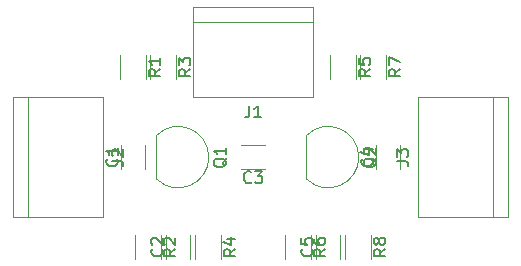
<source format=gbr>
G04 #@! TF.GenerationSoftware,KiCad,Pcbnew,(5.0.1)-4*
G04 #@! TF.CreationDate,2020-12-08T12:23:40+02:00*
G04 #@! TF.ProjectId,Single_transistor_AMP,53696E676C655F7472616E736973746F,1.0*
G04 #@! TF.SameCoordinates,Original*
G04 #@! TF.FileFunction,Legend,Top*
G04 #@! TF.FilePolarity,Positive*
%FSLAX46Y46*%
G04 Gerber Fmt 4.6, Leading zero omitted, Abs format (unit mm)*
G04 Created by KiCad (PCBNEW (5.0.1)-4) date 2020.12.08. 12:23:40*
%MOMM*%
%LPD*%
G01*
G04 APERTURE LIST*
%ADD10C,0.120000*%
%ADD11C,0.150000*%
G04 APERTURE END LIST*
D10*
G04 #@! TO.C,C1*
X100080000Y-63230000D02*
X100080000Y-61230000D01*
X98040000Y-61230000D02*
X98040000Y-63230000D01*
G04 #@! TO.C,C2*
X101850000Y-68850000D02*
X101850000Y-70850000D01*
X103890000Y-70850000D02*
X103890000Y-68850000D01*
G04 #@! TO.C,C3*
X110220000Y-61210000D02*
X108220000Y-61210000D01*
X108220000Y-63250000D02*
X110220000Y-63250000D01*
G04 #@! TO.C,C4*
X121670000Y-63230000D02*
X121670000Y-61230000D01*
X119630000Y-61230000D02*
X119630000Y-63230000D01*
G04 #@! TO.C,C5*
X114550000Y-68850000D02*
X114550000Y-70850000D01*
X116590000Y-70850000D02*
X116590000Y-68850000D01*
G04 #@! TO.C,J1*
X114300000Y-49530000D02*
X104140000Y-49530000D01*
X114300000Y-57150000D02*
X114300000Y-49530000D01*
X104140000Y-57150000D02*
X114300000Y-57150000D01*
X104140000Y-49530000D02*
X104140000Y-57150000D01*
X104140000Y-50800000D02*
X114300000Y-50800000D01*
G04 #@! TO.C,J2*
X88900000Y-57150000D02*
X88900000Y-67310000D01*
X96520000Y-57150000D02*
X88900000Y-57150000D01*
X96520000Y-67310000D02*
X96520000Y-57150000D01*
X88900000Y-67310000D02*
X96520000Y-67310000D01*
X90170000Y-67310000D02*
X90170000Y-57150000D01*
G04 #@! TO.C,J3*
X129540000Y-57150000D02*
X129540000Y-67310000D01*
X130810000Y-57150000D02*
X123190000Y-57150000D01*
X123190000Y-57150000D02*
X123190000Y-67310000D01*
X123190000Y-67310000D02*
X130810000Y-67310000D01*
X130810000Y-67310000D02*
X130810000Y-57150000D01*
G04 #@! TO.C,Q1*
X101031522Y-64068478D02*
G75*
G03X105470000Y-62230000I1838478J1838478D01*
G01*
X101031522Y-60391522D02*
G75*
G02X105470000Y-62230000I1838478J-1838478D01*
G01*
X101020000Y-60430000D02*
X101020000Y-64030000D01*
G04 #@! TO.C,Q2*
X113720000Y-60430000D02*
X113720000Y-64030000D01*
X113731522Y-60391522D02*
G75*
G02X118170000Y-62230000I1838478J-1838478D01*
G01*
X113731522Y-64068478D02*
G75*
G03X118170000Y-62230000I1838478J1838478D01*
G01*
G04 #@! TO.C,R1*
X97990000Y-55610000D02*
X97990000Y-53610000D01*
X100130000Y-53610000D02*
X100130000Y-55610000D01*
G04 #@! TO.C,R2*
X101400000Y-68850000D02*
X101400000Y-70850000D01*
X99260000Y-70850000D02*
X99260000Y-68850000D01*
G04 #@! TO.C,R3*
X102670000Y-53610000D02*
X102670000Y-55610000D01*
X100530000Y-55610000D02*
X100530000Y-53610000D01*
G04 #@! TO.C,R4*
X104340000Y-70850000D02*
X104340000Y-68850000D01*
X106480000Y-68850000D02*
X106480000Y-70850000D01*
G04 #@! TO.C,R5*
X115770000Y-55610000D02*
X115770000Y-53610000D01*
X117910000Y-53610000D02*
X117910000Y-55610000D01*
G04 #@! TO.C,R6*
X114100000Y-68850000D02*
X114100000Y-70850000D01*
X111960000Y-70850000D02*
X111960000Y-68850000D01*
G04 #@! TO.C,R7*
X120450000Y-53610000D02*
X120450000Y-55610000D01*
X118310000Y-55610000D02*
X118310000Y-53610000D01*
G04 #@! TO.C,R8*
X117040000Y-70850000D02*
X117040000Y-68850000D01*
X119180000Y-68850000D02*
X119180000Y-70850000D01*
G04 #@! TO.C,C1*
D11*
X97667142Y-62396666D02*
X97714761Y-62444285D01*
X97762380Y-62587142D01*
X97762380Y-62682380D01*
X97714761Y-62825238D01*
X97619523Y-62920476D01*
X97524285Y-62968095D01*
X97333809Y-63015714D01*
X97190952Y-63015714D01*
X97000476Y-62968095D01*
X96905238Y-62920476D01*
X96810000Y-62825238D01*
X96762380Y-62682380D01*
X96762380Y-62587142D01*
X96810000Y-62444285D01*
X96857619Y-62396666D01*
X97762380Y-61444285D02*
X97762380Y-62015714D01*
X97762380Y-61730000D02*
X96762380Y-61730000D01*
X96905238Y-61825238D01*
X97000476Y-61920476D01*
X97048095Y-62015714D01*
G04 #@! TO.C,C2*
X101477142Y-70016666D02*
X101524761Y-70064285D01*
X101572380Y-70207142D01*
X101572380Y-70302380D01*
X101524761Y-70445238D01*
X101429523Y-70540476D01*
X101334285Y-70588095D01*
X101143809Y-70635714D01*
X101000952Y-70635714D01*
X100810476Y-70588095D01*
X100715238Y-70540476D01*
X100620000Y-70445238D01*
X100572380Y-70302380D01*
X100572380Y-70207142D01*
X100620000Y-70064285D01*
X100667619Y-70016666D01*
X100667619Y-69635714D02*
X100620000Y-69588095D01*
X100572380Y-69492857D01*
X100572380Y-69254761D01*
X100620000Y-69159523D01*
X100667619Y-69111904D01*
X100762857Y-69064285D01*
X100858095Y-69064285D01*
X101000952Y-69111904D01*
X101572380Y-69683333D01*
X101572380Y-69064285D01*
G04 #@! TO.C,C3*
X109053333Y-64337142D02*
X109005714Y-64384761D01*
X108862857Y-64432380D01*
X108767619Y-64432380D01*
X108624761Y-64384761D01*
X108529523Y-64289523D01*
X108481904Y-64194285D01*
X108434285Y-64003809D01*
X108434285Y-63860952D01*
X108481904Y-63670476D01*
X108529523Y-63575238D01*
X108624761Y-63480000D01*
X108767619Y-63432380D01*
X108862857Y-63432380D01*
X109005714Y-63480000D01*
X109053333Y-63527619D01*
X109386666Y-63432380D02*
X110005714Y-63432380D01*
X109672380Y-63813333D01*
X109815238Y-63813333D01*
X109910476Y-63860952D01*
X109958095Y-63908571D01*
X110005714Y-64003809D01*
X110005714Y-64241904D01*
X109958095Y-64337142D01*
X109910476Y-64384761D01*
X109815238Y-64432380D01*
X109529523Y-64432380D01*
X109434285Y-64384761D01*
X109386666Y-64337142D01*
G04 #@! TO.C,C4*
X119257142Y-62396666D02*
X119304761Y-62444285D01*
X119352380Y-62587142D01*
X119352380Y-62682380D01*
X119304761Y-62825238D01*
X119209523Y-62920476D01*
X119114285Y-62968095D01*
X118923809Y-63015714D01*
X118780952Y-63015714D01*
X118590476Y-62968095D01*
X118495238Y-62920476D01*
X118400000Y-62825238D01*
X118352380Y-62682380D01*
X118352380Y-62587142D01*
X118400000Y-62444285D01*
X118447619Y-62396666D01*
X118685714Y-61539523D02*
X119352380Y-61539523D01*
X118304761Y-61777619D02*
X119019047Y-62015714D01*
X119019047Y-61396666D01*
G04 #@! TO.C,C5*
X114177142Y-70016666D02*
X114224761Y-70064285D01*
X114272380Y-70207142D01*
X114272380Y-70302380D01*
X114224761Y-70445238D01*
X114129523Y-70540476D01*
X114034285Y-70588095D01*
X113843809Y-70635714D01*
X113700952Y-70635714D01*
X113510476Y-70588095D01*
X113415238Y-70540476D01*
X113320000Y-70445238D01*
X113272380Y-70302380D01*
X113272380Y-70207142D01*
X113320000Y-70064285D01*
X113367619Y-70016666D01*
X113272380Y-69111904D02*
X113272380Y-69588095D01*
X113748571Y-69635714D01*
X113700952Y-69588095D01*
X113653333Y-69492857D01*
X113653333Y-69254761D01*
X113700952Y-69159523D01*
X113748571Y-69111904D01*
X113843809Y-69064285D01*
X114081904Y-69064285D01*
X114177142Y-69111904D01*
X114224761Y-69159523D01*
X114272380Y-69254761D01*
X114272380Y-69492857D01*
X114224761Y-69588095D01*
X114177142Y-69635714D01*
G04 #@! TO.C,J1*
X108886666Y-57872380D02*
X108886666Y-58586666D01*
X108839047Y-58729523D01*
X108743809Y-58824761D01*
X108600952Y-58872380D01*
X108505714Y-58872380D01*
X109886666Y-58872380D02*
X109315238Y-58872380D01*
X109600952Y-58872380D02*
X109600952Y-57872380D01*
X109505714Y-58015238D01*
X109410476Y-58110476D01*
X109315238Y-58158095D01*
G04 #@! TO.C,J2*
X97242380Y-62563333D02*
X97956666Y-62563333D01*
X98099523Y-62610952D01*
X98194761Y-62706190D01*
X98242380Y-62849047D01*
X98242380Y-62944285D01*
X97337619Y-62134761D02*
X97290000Y-62087142D01*
X97242380Y-61991904D01*
X97242380Y-61753809D01*
X97290000Y-61658571D01*
X97337619Y-61610952D01*
X97432857Y-61563333D01*
X97528095Y-61563333D01*
X97670952Y-61610952D01*
X98242380Y-62182380D01*
X98242380Y-61563333D01*
G04 #@! TO.C,J3*
X121372380Y-62563333D02*
X122086666Y-62563333D01*
X122229523Y-62610952D01*
X122324761Y-62706190D01*
X122372380Y-62849047D01*
X122372380Y-62944285D01*
X121372380Y-62182380D02*
X121372380Y-61563333D01*
X121753333Y-61896666D01*
X121753333Y-61753809D01*
X121800952Y-61658571D01*
X121848571Y-61610952D01*
X121943809Y-61563333D01*
X122181904Y-61563333D01*
X122277142Y-61610952D01*
X122324761Y-61658571D01*
X122372380Y-61753809D01*
X122372380Y-62039523D01*
X122324761Y-62134761D01*
X122277142Y-62182380D01*
G04 #@! TO.C,Q1*
X106977619Y-62325238D02*
X106930000Y-62420476D01*
X106834761Y-62515714D01*
X106691904Y-62658571D01*
X106644285Y-62753809D01*
X106644285Y-62849047D01*
X106882380Y-62801428D02*
X106834761Y-62896666D01*
X106739523Y-62991904D01*
X106549047Y-63039523D01*
X106215714Y-63039523D01*
X106025238Y-62991904D01*
X105930000Y-62896666D01*
X105882380Y-62801428D01*
X105882380Y-62610952D01*
X105930000Y-62515714D01*
X106025238Y-62420476D01*
X106215714Y-62372857D01*
X106549047Y-62372857D01*
X106739523Y-62420476D01*
X106834761Y-62515714D01*
X106882380Y-62610952D01*
X106882380Y-62801428D01*
X106882380Y-61420476D02*
X106882380Y-61991904D01*
X106882380Y-61706190D02*
X105882380Y-61706190D01*
X106025238Y-61801428D01*
X106120476Y-61896666D01*
X106168095Y-61991904D01*
G04 #@! TO.C,Q2*
X119677619Y-62325238D02*
X119630000Y-62420476D01*
X119534761Y-62515714D01*
X119391904Y-62658571D01*
X119344285Y-62753809D01*
X119344285Y-62849047D01*
X119582380Y-62801428D02*
X119534761Y-62896666D01*
X119439523Y-62991904D01*
X119249047Y-63039523D01*
X118915714Y-63039523D01*
X118725238Y-62991904D01*
X118630000Y-62896666D01*
X118582380Y-62801428D01*
X118582380Y-62610952D01*
X118630000Y-62515714D01*
X118725238Y-62420476D01*
X118915714Y-62372857D01*
X119249047Y-62372857D01*
X119439523Y-62420476D01*
X119534761Y-62515714D01*
X119582380Y-62610952D01*
X119582380Y-62801428D01*
X118677619Y-61991904D02*
X118630000Y-61944285D01*
X118582380Y-61849047D01*
X118582380Y-61610952D01*
X118630000Y-61515714D01*
X118677619Y-61468095D01*
X118772857Y-61420476D01*
X118868095Y-61420476D01*
X119010952Y-61468095D01*
X119582380Y-62039523D01*
X119582380Y-61420476D01*
G04 #@! TO.C,R1*
X101362380Y-54776666D02*
X100886190Y-55110000D01*
X101362380Y-55348095D02*
X100362380Y-55348095D01*
X100362380Y-54967142D01*
X100410000Y-54871904D01*
X100457619Y-54824285D01*
X100552857Y-54776666D01*
X100695714Y-54776666D01*
X100790952Y-54824285D01*
X100838571Y-54871904D01*
X100886190Y-54967142D01*
X100886190Y-55348095D01*
X101362380Y-53824285D02*
X101362380Y-54395714D01*
X101362380Y-54110000D02*
X100362380Y-54110000D01*
X100505238Y-54205238D01*
X100600476Y-54300476D01*
X100648095Y-54395714D01*
G04 #@! TO.C,R2*
X102632380Y-70016666D02*
X102156190Y-70350000D01*
X102632380Y-70588095D02*
X101632380Y-70588095D01*
X101632380Y-70207142D01*
X101680000Y-70111904D01*
X101727619Y-70064285D01*
X101822857Y-70016666D01*
X101965714Y-70016666D01*
X102060952Y-70064285D01*
X102108571Y-70111904D01*
X102156190Y-70207142D01*
X102156190Y-70588095D01*
X101727619Y-69635714D02*
X101680000Y-69588095D01*
X101632380Y-69492857D01*
X101632380Y-69254761D01*
X101680000Y-69159523D01*
X101727619Y-69111904D01*
X101822857Y-69064285D01*
X101918095Y-69064285D01*
X102060952Y-69111904D01*
X102632380Y-69683333D01*
X102632380Y-69064285D01*
G04 #@! TO.C,R3*
X103902380Y-54776666D02*
X103426190Y-55110000D01*
X103902380Y-55348095D02*
X102902380Y-55348095D01*
X102902380Y-54967142D01*
X102950000Y-54871904D01*
X102997619Y-54824285D01*
X103092857Y-54776666D01*
X103235714Y-54776666D01*
X103330952Y-54824285D01*
X103378571Y-54871904D01*
X103426190Y-54967142D01*
X103426190Y-55348095D01*
X102902380Y-54443333D02*
X102902380Y-53824285D01*
X103283333Y-54157619D01*
X103283333Y-54014761D01*
X103330952Y-53919523D01*
X103378571Y-53871904D01*
X103473809Y-53824285D01*
X103711904Y-53824285D01*
X103807142Y-53871904D01*
X103854761Y-53919523D01*
X103902380Y-54014761D01*
X103902380Y-54300476D01*
X103854761Y-54395714D01*
X103807142Y-54443333D01*
G04 #@! TO.C,R4*
X107712380Y-70016666D02*
X107236190Y-70350000D01*
X107712380Y-70588095D02*
X106712380Y-70588095D01*
X106712380Y-70207142D01*
X106760000Y-70111904D01*
X106807619Y-70064285D01*
X106902857Y-70016666D01*
X107045714Y-70016666D01*
X107140952Y-70064285D01*
X107188571Y-70111904D01*
X107236190Y-70207142D01*
X107236190Y-70588095D01*
X107045714Y-69159523D02*
X107712380Y-69159523D01*
X106664761Y-69397619D02*
X107379047Y-69635714D01*
X107379047Y-69016666D01*
G04 #@! TO.C,R5*
X119142380Y-54776666D02*
X118666190Y-55110000D01*
X119142380Y-55348095D02*
X118142380Y-55348095D01*
X118142380Y-54967142D01*
X118190000Y-54871904D01*
X118237619Y-54824285D01*
X118332857Y-54776666D01*
X118475714Y-54776666D01*
X118570952Y-54824285D01*
X118618571Y-54871904D01*
X118666190Y-54967142D01*
X118666190Y-55348095D01*
X118142380Y-53871904D02*
X118142380Y-54348095D01*
X118618571Y-54395714D01*
X118570952Y-54348095D01*
X118523333Y-54252857D01*
X118523333Y-54014761D01*
X118570952Y-53919523D01*
X118618571Y-53871904D01*
X118713809Y-53824285D01*
X118951904Y-53824285D01*
X119047142Y-53871904D01*
X119094761Y-53919523D01*
X119142380Y-54014761D01*
X119142380Y-54252857D01*
X119094761Y-54348095D01*
X119047142Y-54395714D01*
G04 #@! TO.C,R6*
X115332380Y-70016666D02*
X114856190Y-70350000D01*
X115332380Y-70588095D02*
X114332380Y-70588095D01*
X114332380Y-70207142D01*
X114380000Y-70111904D01*
X114427619Y-70064285D01*
X114522857Y-70016666D01*
X114665714Y-70016666D01*
X114760952Y-70064285D01*
X114808571Y-70111904D01*
X114856190Y-70207142D01*
X114856190Y-70588095D01*
X114332380Y-69159523D02*
X114332380Y-69350000D01*
X114380000Y-69445238D01*
X114427619Y-69492857D01*
X114570476Y-69588095D01*
X114760952Y-69635714D01*
X115141904Y-69635714D01*
X115237142Y-69588095D01*
X115284761Y-69540476D01*
X115332380Y-69445238D01*
X115332380Y-69254761D01*
X115284761Y-69159523D01*
X115237142Y-69111904D01*
X115141904Y-69064285D01*
X114903809Y-69064285D01*
X114808571Y-69111904D01*
X114760952Y-69159523D01*
X114713333Y-69254761D01*
X114713333Y-69445238D01*
X114760952Y-69540476D01*
X114808571Y-69588095D01*
X114903809Y-69635714D01*
G04 #@! TO.C,R7*
X121682380Y-54776666D02*
X121206190Y-55110000D01*
X121682380Y-55348095D02*
X120682380Y-55348095D01*
X120682380Y-54967142D01*
X120730000Y-54871904D01*
X120777619Y-54824285D01*
X120872857Y-54776666D01*
X121015714Y-54776666D01*
X121110952Y-54824285D01*
X121158571Y-54871904D01*
X121206190Y-54967142D01*
X121206190Y-55348095D01*
X120682380Y-54443333D02*
X120682380Y-53776666D01*
X121682380Y-54205238D01*
G04 #@! TO.C,R8*
X120412380Y-70016666D02*
X119936190Y-70350000D01*
X120412380Y-70588095D02*
X119412380Y-70588095D01*
X119412380Y-70207142D01*
X119460000Y-70111904D01*
X119507619Y-70064285D01*
X119602857Y-70016666D01*
X119745714Y-70016666D01*
X119840952Y-70064285D01*
X119888571Y-70111904D01*
X119936190Y-70207142D01*
X119936190Y-70588095D01*
X119840952Y-69445238D02*
X119793333Y-69540476D01*
X119745714Y-69588095D01*
X119650476Y-69635714D01*
X119602857Y-69635714D01*
X119507619Y-69588095D01*
X119460000Y-69540476D01*
X119412380Y-69445238D01*
X119412380Y-69254761D01*
X119460000Y-69159523D01*
X119507619Y-69111904D01*
X119602857Y-69064285D01*
X119650476Y-69064285D01*
X119745714Y-69111904D01*
X119793333Y-69159523D01*
X119840952Y-69254761D01*
X119840952Y-69445238D01*
X119888571Y-69540476D01*
X119936190Y-69588095D01*
X120031428Y-69635714D01*
X120221904Y-69635714D01*
X120317142Y-69588095D01*
X120364761Y-69540476D01*
X120412380Y-69445238D01*
X120412380Y-69254761D01*
X120364761Y-69159523D01*
X120317142Y-69111904D01*
X120221904Y-69064285D01*
X120031428Y-69064285D01*
X119936190Y-69111904D01*
X119888571Y-69159523D01*
X119840952Y-69254761D01*
G04 #@! TD*
M02*

</source>
